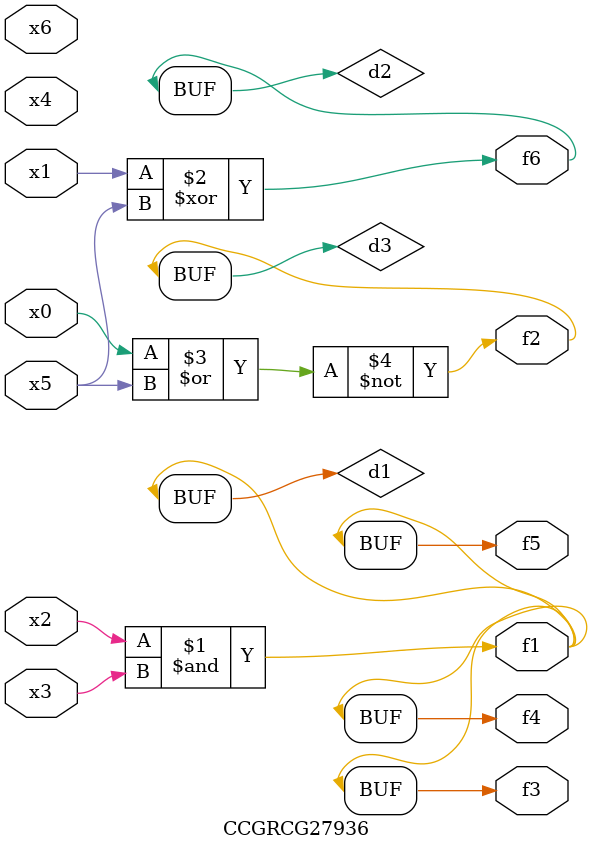
<source format=v>
module CCGRCG27936(
	input x0, x1, x2, x3, x4, x5, x6,
	output f1, f2, f3, f4, f5, f6
);

	wire d1, d2, d3;

	and (d1, x2, x3);
	xor (d2, x1, x5);
	nor (d3, x0, x5);
	assign f1 = d1;
	assign f2 = d3;
	assign f3 = d1;
	assign f4 = d1;
	assign f5 = d1;
	assign f6 = d2;
endmodule

</source>
